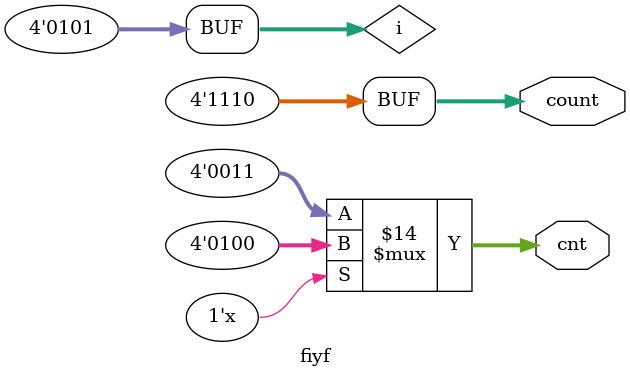
<source format=v>
module fiyf(
 
 output reg[3:0] count,cnt
    );
    reg[3:0] i;
   
   initial begin
   
   cnt=0;
   count=4'b1110;
   for(i=0;i<5;i=i+1)begin
   if(count[i]==1)
   cnt=cnt+1;
  
   end
    
    
  
   
    $monitor("%b %b",$time,count,cnt);
 end

    
endmodule

</source>
